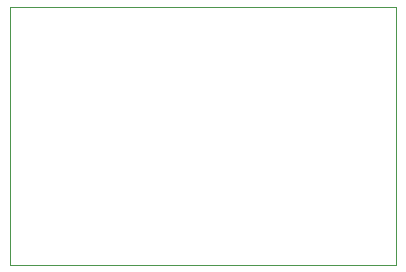
<source format=gbr>
%TF.GenerationSoftware,KiCad,Pcbnew,(6.0.5)*%
%TF.CreationDate,2022-06-21T02:12:09-04:00*%
%TF.ProjectId,nRF24L01_shield_v001a,6e524632-344c-4303-915f-736869656c64,rev?*%
%TF.SameCoordinates,Original*%
%TF.FileFunction,Profile,NP*%
%FSLAX46Y46*%
G04 Gerber Fmt 4.6, Leading zero omitted, Abs format (unit mm)*
G04 Created by KiCad (PCBNEW (6.0.5)) date 2022-06-21 02:12:09*
%MOMM*%
%LPD*%
G01*
G04 APERTURE LIST*
%TA.AperFunction,Profile*%
%ADD10C,0.100000*%
%TD*%
G04 APERTURE END LIST*
D10*
X137350000Y-75770000D02*
X170000000Y-75770000D01*
X170000000Y-75770000D02*
X170000000Y-97600000D01*
X170000000Y-97600000D02*
X137350000Y-97600000D01*
X137350000Y-97600000D02*
X137350000Y-75770000D01*
M02*

</source>
